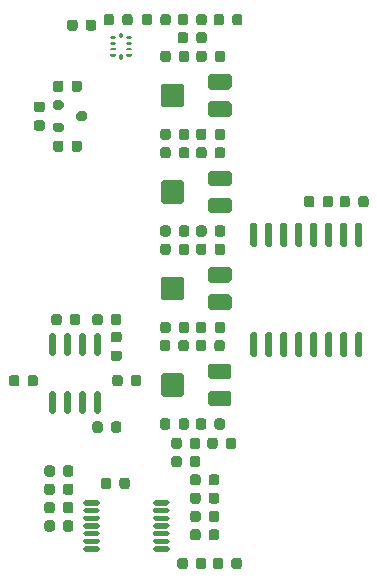
<source format=gbr>
G04 #@! TF.GenerationSoftware,KiCad,Pcbnew,(5.1.6)-1*
G04 #@! TF.CreationDate,2020-06-03T08:45:57+03:00*
G04 #@! TF.ProjectId,TMCM-0021 v1.0,544d434d-2d30-4303-9231-2076312e302e,rev?*
G04 #@! TF.SameCoordinates,Original*
G04 #@! TF.FileFunction,Paste,Top*
G04 #@! TF.FilePolarity,Positive*
%FSLAX46Y46*%
G04 Gerber Fmt 4.6, Leading zero omitted, Abs format (unit mm)*
G04 Created by KiCad (PCBNEW (5.1.6)-1) date 2020-06-03 08:45:57*
%MOMM*%
%LPD*%
G01*
G04 APERTURE LIST*
G04 APERTURE END LIST*
G36*
G01*
X5076250Y43030000D02*
X4563750Y43030000D01*
G75*
G02*
X4345000Y43248750I0J218750D01*
G01*
X4345000Y43686250D01*
G75*
G02*
X4563750Y43905000I218750J0D01*
G01*
X5076250Y43905000D01*
G75*
G02*
X5295000Y43686250I0J-218750D01*
G01*
X5295000Y43248750D01*
G75*
G02*
X5076250Y43030000I-218750J0D01*
G01*
G37*
G36*
G01*
X5076250Y41455000D02*
X4563750Y41455000D01*
G75*
G02*
X4345000Y41673750I0J218750D01*
G01*
X4345000Y42111250D01*
G75*
G02*
X4563750Y42330000I218750J0D01*
G01*
X5076250Y42330000D01*
G75*
G02*
X5295000Y42111250I0J-218750D01*
G01*
X5295000Y41673750D01*
G75*
G02*
X5076250Y41455000I-218750J0D01*
G01*
G37*
G36*
G01*
X7550000Y44953750D02*
X7550000Y45466250D01*
G75*
G02*
X7768750Y45685000I218750J0D01*
G01*
X8206250Y45685000D01*
G75*
G02*
X8425000Y45466250I0J-218750D01*
G01*
X8425000Y44953750D01*
G75*
G02*
X8206250Y44735000I-218750J0D01*
G01*
X7768750Y44735000D01*
G75*
G02*
X7550000Y44953750I0J218750D01*
G01*
G37*
G36*
G01*
X5975000Y44953750D02*
X5975000Y45466250D01*
G75*
G02*
X6193750Y45685000I218750J0D01*
G01*
X6631250Y45685000D01*
G75*
G02*
X6850000Y45466250I0J-218750D01*
G01*
X6850000Y44953750D01*
G75*
G02*
X6631250Y44735000I-218750J0D01*
G01*
X6193750Y44735000D01*
G75*
G02*
X5975000Y44953750I0J218750D01*
G01*
G37*
G36*
G01*
X6860000Y40396250D02*
X6860000Y39883750D01*
G75*
G02*
X6641250Y39665000I-218750J0D01*
G01*
X6203750Y39665000D01*
G75*
G02*
X5985000Y39883750I0J218750D01*
G01*
X5985000Y40396250D01*
G75*
G02*
X6203750Y40615000I218750J0D01*
G01*
X6641250Y40615000D01*
G75*
G02*
X6860000Y40396250I0J-218750D01*
G01*
G37*
G36*
G01*
X8435000Y40396250D02*
X8435000Y39883750D01*
G75*
G02*
X8216250Y39665000I-218750J0D01*
G01*
X7778750Y39665000D01*
G75*
G02*
X7560000Y39883750I0J218750D01*
G01*
X7560000Y40396250D01*
G75*
G02*
X7778750Y40615000I218750J0D01*
G01*
X8216250Y40615000D01*
G75*
G02*
X8435000Y40396250I0J-218750D01*
G01*
G37*
G36*
G01*
X7970000Y42480000D02*
X7970000Y42880000D01*
G75*
G02*
X8170000Y43080000I200000J0D01*
G01*
X8670000Y43080000D01*
G75*
G02*
X8870000Y42880000I0J-200000D01*
G01*
X8870000Y42480000D01*
G75*
G02*
X8670000Y42280000I-200000J0D01*
G01*
X8170000Y42280000D01*
G75*
G02*
X7970000Y42480000I0J200000D01*
G01*
G37*
G36*
G01*
X5970000Y41530000D02*
X5970000Y41930000D01*
G75*
G02*
X6170000Y42130000I200000J0D01*
G01*
X6670000Y42130000D01*
G75*
G02*
X6870000Y41930000I0J-200000D01*
G01*
X6870000Y41530000D01*
G75*
G02*
X6670000Y41330000I-200000J0D01*
G01*
X6170000Y41330000D01*
G75*
G02*
X5970000Y41530000I0J200000D01*
G01*
G37*
G36*
G01*
X5970000Y43430000D02*
X5970000Y43830000D01*
G75*
G02*
X6170000Y44030000I200000J0D01*
G01*
X6670000Y44030000D01*
G75*
G02*
X6870000Y43830000I0J-200000D01*
G01*
X6870000Y43430000D01*
G75*
G02*
X6670000Y43230000I-200000J0D01*
G01*
X6170000Y43230000D01*
G75*
G02*
X5970000Y43430000I0J200000D01*
G01*
G37*
G36*
G01*
X16610000Y16363750D02*
X16610000Y16876250D01*
G75*
G02*
X16828750Y17095000I218750J0D01*
G01*
X17266250Y17095000D01*
G75*
G02*
X17485000Y16876250I0J-218750D01*
G01*
X17485000Y16363750D01*
G75*
G02*
X17266250Y16145000I-218750J0D01*
G01*
X16828750Y16145000D01*
G75*
G02*
X16610000Y16363750I0J218750D01*
G01*
G37*
G36*
G01*
X15035000Y16363750D02*
X15035000Y16876250D01*
G75*
G02*
X15253750Y17095000I218750J0D01*
G01*
X15691250Y17095000D01*
G75*
G02*
X15910000Y16876250I0J-218750D01*
G01*
X15910000Y16363750D01*
G75*
G02*
X15691250Y16145000I-218750J0D01*
G01*
X15253750Y16145000D01*
G75*
G02*
X15035000Y16363750I0J218750D01*
G01*
G37*
G36*
G01*
X19290200Y21730000D02*
X20889800Y21730000D01*
G75*
G02*
X21090000Y21529800I0J-200200D01*
G01*
X21090000Y20630200D01*
G75*
G02*
X20889800Y20430000I-200200J0D01*
G01*
X19290200Y20430000D01*
G75*
G02*
X19090000Y20630200I0J200200D01*
G01*
X19090000Y21529800D01*
G75*
G02*
X19290200Y21730000I200200J0D01*
G01*
G37*
G36*
G01*
X15290000Y20930000D02*
X16890000Y20930000D01*
G75*
G02*
X17090000Y20730000I0J-200000D01*
G01*
X17090000Y19130000D01*
G75*
G02*
X16890000Y18930000I-200000J0D01*
G01*
X15290000Y18930000D01*
G75*
G02*
X15090000Y19130000I0J200000D01*
G01*
X15090000Y20730000D01*
G75*
G02*
X15290000Y20930000I200000J0D01*
G01*
G37*
G36*
G01*
X19290200Y19430000D02*
X20889800Y19430000D01*
G75*
G02*
X21090000Y19229800I0J-200200D01*
G01*
X21090000Y18330200D01*
G75*
G02*
X20889800Y18130000I-200200J0D01*
G01*
X19290200Y18130000D01*
G75*
G02*
X19090000Y18330200I0J200200D01*
G01*
X19090000Y19229800D01*
G75*
G02*
X19290200Y19430000I200200J0D01*
G01*
G37*
G36*
G01*
X9675650Y19426800D02*
X9834350Y19426800D01*
G75*
G02*
X10034400Y19226750I0J-200050D01*
G01*
X10034400Y17645650D01*
G75*
G02*
X9834350Y17445600I-200050J0D01*
G01*
X9675650Y17445600D01*
G75*
G02*
X9475600Y17645650I0J200050D01*
G01*
X9475600Y19226750D01*
G75*
G02*
X9675650Y19426800I200050J0D01*
G01*
G37*
G36*
G01*
X8405650Y19426800D02*
X8564350Y19426800D01*
G75*
G02*
X8764400Y19226750I0J-200050D01*
G01*
X8764400Y17645650D01*
G75*
G02*
X8564350Y17445600I-200050J0D01*
G01*
X8405650Y17445600D01*
G75*
G02*
X8205600Y17645650I0J200050D01*
G01*
X8205600Y19226750D01*
G75*
G02*
X8405650Y19426800I200050J0D01*
G01*
G37*
G36*
G01*
X7135650Y19426800D02*
X7294350Y19426800D01*
G75*
G02*
X7494400Y19226750I0J-200050D01*
G01*
X7494400Y17645650D01*
G75*
G02*
X7294350Y17445600I-200050J0D01*
G01*
X7135650Y17445600D01*
G75*
G02*
X6935600Y17645650I0J200050D01*
G01*
X6935600Y19226750D01*
G75*
G02*
X7135650Y19426800I200050J0D01*
G01*
G37*
G36*
G01*
X5865650Y19426800D02*
X6024350Y19426800D01*
G75*
G02*
X6224400Y19226750I0J-200050D01*
G01*
X6224400Y17645650D01*
G75*
G02*
X6024350Y17445600I-200050J0D01*
G01*
X5865650Y17445600D01*
G75*
G02*
X5665600Y17645650I0J200050D01*
G01*
X5665600Y19226750D01*
G75*
G02*
X5865650Y19426800I200050J0D01*
G01*
G37*
G36*
G01*
X5865650Y24354400D02*
X6024350Y24354400D01*
G75*
G02*
X6224400Y24154350I0J-200050D01*
G01*
X6224400Y22573250D01*
G75*
G02*
X6024350Y22373200I-200050J0D01*
G01*
X5865650Y22373200D01*
G75*
G02*
X5665600Y22573250I0J200050D01*
G01*
X5665600Y24154350D01*
G75*
G02*
X5865650Y24354400I200050J0D01*
G01*
G37*
G36*
G01*
X7135650Y24354400D02*
X7294350Y24354400D01*
G75*
G02*
X7494400Y24154350I0J-200050D01*
G01*
X7494400Y22573250D01*
G75*
G02*
X7294350Y22373200I-200050J0D01*
G01*
X7135650Y22373200D01*
G75*
G02*
X6935600Y22573250I0J200050D01*
G01*
X6935600Y24154350D01*
G75*
G02*
X7135650Y24354400I200050J0D01*
G01*
G37*
G36*
G01*
X8405650Y24354400D02*
X8564350Y24354400D01*
G75*
G02*
X8764400Y24154350I0J-200050D01*
G01*
X8764400Y22573250D01*
G75*
G02*
X8564350Y22373200I-200050J0D01*
G01*
X8405650Y22373200D01*
G75*
G02*
X8205600Y22573250I0J200050D01*
G01*
X8205600Y24154350D01*
G75*
G02*
X8405650Y24354400I200050J0D01*
G01*
G37*
G36*
G01*
X9675650Y24354400D02*
X9834350Y24354400D01*
G75*
G02*
X10034400Y24154350I0J-200050D01*
G01*
X10034400Y22573250D01*
G75*
G02*
X9834350Y22373200I-200050J0D01*
G01*
X9675650Y22373200D01*
G75*
G02*
X9475600Y22573250I0J200050D01*
G01*
X9475600Y24154350D01*
G75*
G02*
X9675650Y24354400I200050J0D01*
G01*
G37*
G36*
G01*
X20610000Y14723750D02*
X20610000Y15236250D01*
G75*
G02*
X20828750Y15455000I218750J0D01*
G01*
X21266250Y15455000D01*
G75*
G02*
X21485000Y15236250I0J-218750D01*
G01*
X21485000Y14723750D01*
G75*
G02*
X21266250Y14505000I-218750J0D01*
G01*
X20828750Y14505000D01*
G75*
G02*
X20610000Y14723750I0J218750D01*
G01*
G37*
G36*
G01*
X19035000Y14723750D02*
X19035000Y15236250D01*
G75*
G02*
X19253750Y15455000I218750J0D01*
G01*
X19691250Y15455000D01*
G75*
G02*
X19910000Y15236250I0J-218750D01*
G01*
X19910000Y14723750D01*
G75*
G02*
X19691250Y14505000I-218750J0D01*
G01*
X19253750Y14505000D01*
G75*
G02*
X19035000Y14723750I0J218750D01*
G01*
G37*
G36*
G01*
X19310200Y29900000D02*
X20909800Y29900000D01*
G75*
G02*
X21110000Y29699800I0J-200200D01*
G01*
X21110000Y28800200D01*
G75*
G02*
X20909800Y28600000I-200200J0D01*
G01*
X19310200Y28600000D01*
G75*
G02*
X19110000Y28800200I0J200200D01*
G01*
X19110000Y29699800D01*
G75*
G02*
X19310200Y29900000I200200J0D01*
G01*
G37*
G36*
G01*
X15310000Y29100000D02*
X16910000Y29100000D01*
G75*
G02*
X17110000Y28900000I0J-200000D01*
G01*
X17110000Y27300000D01*
G75*
G02*
X16910000Y27100000I-200000J0D01*
G01*
X15310000Y27100000D01*
G75*
G02*
X15110000Y27300000I0J200000D01*
G01*
X15110000Y28900000D01*
G75*
G02*
X15310000Y29100000I200000J0D01*
G01*
G37*
G36*
G01*
X19310200Y27600000D02*
X20909800Y27600000D01*
G75*
G02*
X21110000Y27399800I0J-200200D01*
G01*
X21110000Y26500200D01*
G75*
G02*
X20909800Y26300000I-200200J0D01*
G01*
X19310200Y26300000D01*
G75*
G02*
X19110000Y26500200I0J200200D01*
G01*
X19110000Y27399800D01*
G75*
G02*
X19310200Y27600000I200200J0D01*
G01*
G37*
G36*
G01*
X19310200Y38070000D02*
X20909800Y38070000D01*
G75*
G02*
X21110000Y37869800I0J-200200D01*
G01*
X21110000Y36970200D01*
G75*
G02*
X20909800Y36770000I-200200J0D01*
G01*
X19310200Y36770000D01*
G75*
G02*
X19110000Y36970200I0J200200D01*
G01*
X19110000Y37869800D01*
G75*
G02*
X19310200Y38070000I200200J0D01*
G01*
G37*
G36*
G01*
X15310000Y37270000D02*
X16910000Y37270000D01*
G75*
G02*
X17110000Y37070000I0J-200000D01*
G01*
X17110000Y35470000D01*
G75*
G02*
X16910000Y35270000I-200000J0D01*
G01*
X15310000Y35270000D01*
G75*
G02*
X15110000Y35470000I0J200000D01*
G01*
X15110000Y37070000D01*
G75*
G02*
X15310000Y37270000I200000J0D01*
G01*
G37*
G36*
G01*
X19310200Y35770000D02*
X20909800Y35770000D01*
G75*
G02*
X21110000Y35569800I0J-200200D01*
G01*
X21110000Y34670200D01*
G75*
G02*
X20909800Y34470000I-200200J0D01*
G01*
X19310200Y34470000D01*
G75*
G02*
X19110000Y34670200I0J200200D01*
G01*
X19110000Y35569800D01*
G75*
G02*
X19310200Y35770000I200200J0D01*
G01*
G37*
G36*
G01*
X19310200Y46240000D02*
X20909800Y46240000D01*
G75*
G02*
X21110000Y46039800I0J-200200D01*
G01*
X21110000Y45140200D01*
G75*
G02*
X20909800Y44940000I-200200J0D01*
G01*
X19310200Y44940000D01*
G75*
G02*
X19110000Y45140200I0J200200D01*
G01*
X19110000Y46039800D01*
G75*
G02*
X19310200Y46240000I200200J0D01*
G01*
G37*
G36*
G01*
X15310000Y45440000D02*
X16910000Y45440000D01*
G75*
G02*
X17110000Y45240000I0J-200000D01*
G01*
X17110000Y43640000D01*
G75*
G02*
X16910000Y43440000I-200000J0D01*
G01*
X15310000Y43440000D01*
G75*
G02*
X15110000Y43640000I0J200000D01*
G01*
X15110000Y45240000D01*
G75*
G02*
X15310000Y45440000I200000J0D01*
G01*
G37*
G36*
G01*
X19310200Y43940000D02*
X20909800Y43940000D01*
G75*
G02*
X21110000Y43739800I0J-200200D01*
G01*
X21110000Y42840200D01*
G75*
G02*
X20909800Y42640000I-200200J0D01*
G01*
X19310200Y42640000D01*
G75*
G02*
X19110000Y42840200I0J200200D01*
G01*
X19110000Y43739800D01*
G75*
G02*
X19310200Y43940000I200200J0D01*
G01*
G37*
G36*
G01*
X14415000Y9914800D02*
X14415000Y9965200D01*
G75*
G02*
X14614800Y10165000I199800J0D01*
G01*
X15665200Y10165000D01*
G75*
G02*
X15865000Y9965200I0J-199800D01*
G01*
X15865000Y9914800D01*
G75*
G02*
X15665200Y9715000I-199800J0D01*
G01*
X14614800Y9715000D01*
G75*
G02*
X14415000Y9914800I0J199800D01*
G01*
G37*
G36*
G01*
X14415000Y9264800D02*
X14415000Y9315200D01*
G75*
G02*
X14614800Y9515000I199800J0D01*
G01*
X15665200Y9515000D01*
G75*
G02*
X15865000Y9315200I0J-199800D01*
G01*
X15865000Y9264800D01*
G75*
G02*
X15665200Y9065000I-199800J0D01*
G01*
X14614800Y9065000D01*
G75*
G02*
X14415000Y9264800I0J199800D01*
G01*
G37*
G36*
G01*
X14415000Y8614800D02*
X14415000Y8665200D01*
G75*
G02*
X14614800Y8865000I199800J0D01*
G01*
X15665200Y8865000D01*
G75*
G02*
X15865000Y8665200I0J-199800D01*
G01*
X15865000Y8614800D01*
G75*
G02*
X15665200Y8415000I-199800J0D01*
G01*
X14614800Y8415000D01*
G75*
G02*
X14415000Y8614800I0J199800D01*
G01*
G37*
G36*
G01*
X14415000Y7964800D02*
X14415000Y8015200D01*
G75*
G02*
X14614800Y8215000I199800J0D01*
G01*
X15665200Y8215000D01*
G75*
G02*
X15865000Y8015200I0J-199800D01*
G01*
X15865000Y7964800D01*
G75*
G02*
X15665200Y7765000I-199800J0D01*
G01*
X14614800Y7765000D01*
G75*
G02*
X14415000Y7964800I0J199800D01*
G01*
G37*
G36*
G01*
X14415000Y7314800D02*
X14415000Y7365200D01*
G75*
G02*
X14614800Y7565000I199800J0D01*
G01*
X15665200Y7565000D01*
G75*
G02*
X15865000Y7365200I0J-199800D01*
G01*
X15865000Y7314800D01*
G75*
G02*
X15665200Y7115000I-199800J0D01*
G01*
X14614800Y7115000D01*
G75*
G02*
X14415000Y7314800I0J199800D01*
G01*
G37*
G36*
G01*
X14415000Y6664800D02*
X14415000Y6715200D01*
G75*
G02*
X14614800Y6915000I199800J0D01*
G01*
X15665200Y6915000D01*
G75*
G02*
X15865000Y6715200I0J-199800D01*
G01*
X15865000Y6664800D01*
G75*
G02*
X15665200Y6465000I-199800J0D01*
G01*
X14614800Y6465000D01*
G75*
G02*
X14415000Y6664800I0J199800D01*
G01*
G37*
G36*
G01*
X14415000Y6014800D02*
X14415000Y6065200D01*
G75*
G02*
X14614800Y6265000I199800J0D01*
G01*
X15665200Y6265000D01*
G75*
G02*
X15865000Y6065200I0J-199800D01*
G01*
X15865000Y6014800D01*
G75*
G02*
X15665200Y5815000I-199800J0D01*
G01*
X14614800Y5815000D01*
G75*
G02*
X14415000Y6014800I0J199800D01*
G01*
G37*
G36*
G01*
X8515000Y6014800D02*
X8515000Y6065200D01*
G75*
G02*
X8714800Y6265000I199800J0D01*
G01*
X9765200Y6265000D01*
G75*
G02*
X9965000Y6065200I0J-199800D01*
G01*
X9965000Y6014800D01*
G75*
G02*
X9765200Y5815000I-199800J0D01*
G01*
X8714800Y5815000D01*
G75*
G02*
X8515000Y6014800I0J199800D01*
G01*
G37*
G36*
G01*
X8515000Y6664800D02*
X8515000Y6715200D01*
G75*
G02*
X8714800Y6915000I199800J0D01*
G01*
X9765200Y6915000D01*
G75*
G02*
X9965000Y6715200I0J-199800D01*
G01*
X9965000Y6664800D01*
G75*
G02*
X9765200Y6465000I-199800J0D01*
G01*
X8714800Y6465000D01*
G75*
G02*
X8515000Y6664800I0J199800D01*
G01*
G37*
G36*
G01*
X8515000Y7314800D02*
X8515000Y7365200D01*
G75*
G02*
X8714800Y7565000I199800J0D01*
G01*
X9765200Y7565000D01*
G75*
G02*
X9965000Y7365200I0J-199800D01*
G01*
X9965000Y7314800D01*
G75*
G02*
X9765200Y7115000I-199800J0D01*
G01*
X8714800Y7115000D01*
G75*
G02*
X8515000Y7314800I0J199800D01*
G01*
G37*
G36*
G01*
X8515000Y7964800D02*
X8515000Y8015200D01*
G75*
G02*
X8714800Y8215000I199800J0D01*
G01*
X9765200Y8215000D01*
G75*
G02*
X9965000Y8015200I0J-199800D01*
G01*
X9965000Y7964800D01*
G75*
G02*
X9765200Y7765000I-199800J0D01*
G01*
X8714800Y7765000D01*
G75*
G02*
X8515000Y7964800I0J199800D01*
G01*
G37*
G36*
G01*
X8515000Y8614800D02*
X8515000Y8665200D01*
G75*
G02*
X8714800Y8865000I199800J0D01*
G01*
X9765200Y8865000D01*
G75*
G02*
X9965000Y8665200I0J-199800D01*
G01*
X9965000Y8614800D01*
G75*
G02*
X9765200Y8415000I-199800J0D01*
G01*
X8714800Y8415000D01*
G75*
G02*
X8515000Y8614800I0J199800D01*
G01*
G37*
G36*
G01*
X8515000Y9264800D02*
X8515000Y9315200D01*
G75*
G02*
X8714800Y9515000I199800J0D01*
G01*
X9765200Y9515000D01*
G75*
G02*
X9965000Y9315200I0J-199800D01*
G01*
X9965000Y9264800D01*
G75*
G02*
X9765200Y9065000I-199800J0D01*
G01*
X8714800Y9065000D01*
G75*
G02*
X8515000Y9264800I0J199800D01*
G01*
G37*
G36*
G01*
X8515000Y9914800D02*
X8515000Y9965200D01*
G75*
G02*
X8714800Y10165000I199800J0D01*
G01*
X9765200Y10165000D01*
G75*
G02*
X9965000Y9965200I0J-199800D01*
G01*
X9965000Y9914800D01*
G75*
G02*
X9765200Y9715000I-199800J0D01*
G01*
X8714800Y9715000D01*
G75*
G02*
X8515000Y9914800I0J199800D01*
G01*
G37*
G36*
G01*
X23125000Y31625000D02*
X22825000Y31625000D01*
G75*
G02*
X22675000Y31775000I0J150000D01*
G01*
X22675000Y33525000D01*
G75*
G02*
X22825000Y33675000I150000J0D01*
G01*
X23125000Y33675000D01*
G75*
G02*
X23275000Y33525000I0J-150000D01*
G01*
X23275000Y31775000D01*
G75*
G02*
X23125000Y31625000I-150000J0D01*
G01*
G37*
G36*
G01*
X24395000Y31625000D02*
X24095000Y31625000D01*
G75*
G02*
X23945000Y31775000I0J150000D01*
G01*
X23945000Y33525000D01*
G75*
G02*
X24095000Y33675000I150000J0D01*
G01*
X24395000Y33675000D01*
G75*
G02*
X24545000Y33525000I0J-150000D01*
G01*
X24545000Y31775000D01*
G75*
G02*
X24395000Y31625000I-150000J0D01*
G01*
G37*
G36*
G01*
X25665000Y31625000D02*
X25365000Y31625000D01*
G75*
G02*
X25215000Y31775000I0J150000D01*
G01*
X25215000Y33525000D01*
G75*
G02*
X25365000Y33675000I150000J0D01*
G01*
X25665000Y33675000D01*
G75*
G02*
X25815000Y33525000I0J-150000D01*
G01*
X25815000Y31775000D01*
G75*
G02*
X25665000Y31625000I-150000J0D01*
G01*
G37*
G36*
G01*
X26935000Y31625000D02*
X26635000Y31625000D01*
G75*
G02*
X26485000Y31775000I0J150000D01*
G01*
X26485000Y33525000D01*
G75*
G02*
X26635000Y33675000I150000J0D01*
G01*
X26935000Y33675000D01*
G75*
G02*
X27085000Y33525000I0J-150000D01*
G01*
X27085000Y31775000D01*
G75*
G02*
X26935000Y31625000I-150000J0D01*
G01*
G37*
G36*
G01*
X28205000Y31625000D02*
X27905000Y31625000D01*
G75*
G02*
X27755000Y31775000I0J150000D01*
G01*
X27755000Y33525000D01*
G75*
G02*
X27905000Y33675000I150000J0D01*
G01*
X28205000Y33675000D01*
G75*
G02*
X28355000Y33525000I0J-150000D01*
G01*
X28355000Y31775000D01*
G75*
G02*
X28205000Y31625000I-150000J0D01*
G01*
G37*
G36*
G01*
X29475000Y31625000D02*
X29175000Y31625000D01*
G75*
G02*
X29025000Y31775000I0J150000D01*
G01*
X29025000Y33525000D01*
G75*
G02*
X29175000Y33675000I150000J0D01*
G01*
X29475000Y33675000D01*
G75*
G02*
X29625000Y33525000I0J-150000D01*
G01*
X29625000Y31775000D01*
G75*
G02*
X29475000Y31625000I-150000J0D01*
G01*
G37*
G36*
G01*
X30745000Y31625000D02*
X30445000Y31625000D01*
G75*
G02*
X30295000Y31775000I0J150000D01*
G01*
X30295000Y33525000D01*
G75*
G02*
X30445000Y33675000I150000J0D01*
G01*
X30745000Y33675000D01*
G75*
G02*
X30895000Y33525000I0J-150000D01*
G01*
X30895000Y31775000D01*
G75*
G02*
X30745000Y31625000I-150000J0D01*
G01*
G37*
G36*
G01*
X32015000Y31625000D02*
X31715000Y31625000D01*
G75*
G02*
X31565000Y31775000I0J150000D01*
G01*
X31565000Y33525000D01*
G75*
G02*
X31715000Y33675000I150000J0D01*
G01*
X32015000Y33675000D01*
G75*
G02*
X32165000Y33525000I0J-150000D01*
G01*
X32165000Y31775000D01*
G75*
G02*
X32015000Y31625000I-150000J0D01*
G01*
G37*
G36*
G01*
X32015000Y22325000D02*
X31715000Y22325000D01*
G75*
G02*
X31565000Y22475000I0J150000D01*
G01*
X31565000Y24225000D01*
G75*
G02*
X31715000Y24375000I150000J0D01*
G01*
X32015000Y24375000D01*
G75*
G02*
X32165000Y24225000I0J-150000D01*
G01*
X32165000Y22475000D01*
G75*
G02*
X32015000Y22325000I-150000J0D01*
G01*
G37*
G36*
G01*
X30745000Y22325000D02*
X30445000Y22325000D01*
G75*
G02*
X30295000Y22475000I0J150000D01*
G01*
X30295000Y24225000D01*
G75*
G02*
X30445000Y24375000I150000J0D01*
G01*
X30745000Y24375000D01*
G75*
G02*
X30895000Y24225000I0J-150000D01*
G01*
X30895000Y22475000D01*
G75*
G02*
X30745000Y22325000I-150000J0D01*
G01*
G37*
G36*
G01*
X29475000Y22325000D02*
X29175000Y22325000D01*
G75*
G02*
X29025000Y22475000I0J150000D01*
G01*
X29025000Y24225000D01*
G75*
G02*
X29175000Y24375000I150000J0D01*
G01*
X29475000Y24375000D01*
G75*
G02*
X29625000Y24225000I0J-150000D01*
G01*
X29625000Y22475000D01*
G75*
G02*
X29475000Y22325000I-150000J0D01*
G01*
G37*
G36*
G01*
X28205000Y22325000D02*
X27905000Y22325000D01*
G75*
G02*
X27755000Y22475000I0J150000D01*
G01*
X27755000Y24225000D01*
G75*
G02*
X27905000Y24375000I150000J0D01*
G01*
X28205000Y24375000D01*
G75*
G02*
X28355000Y24225000I0J-150000D01*
G01*
X28355000Y22475000D01*
G75*
G02*
X28205000Y22325000I-150000J0D01*
G01*
G37*
G36*
G01*
X26935000Y22325000D02*
X26635000Y22325000D01*
G75*
G02*
X26485000Y22475000I0J150000D01*
G01*
X26485000Y24225000D01*
G75*
G02*
X26635000Y24375000I150000J0D01*
G01*
X26935000Y24375000D01*
G75*
G02*
X27085000Y24225000I0J-150000D01*
G01*
X27085000Y22475000D01*
G75*
G02*
X26935000Y22325000I-150000J0D01*
G01*
G37*
G36*
G01*
X25665000Y22325000D02*
X25365000Y22325000D01*
G75*
G02*
X25215000Y22475000I0J150000D01*
G01*
X25215000Y24225000D01*
G75*
G02*
X25365000Y24375000I150000J0D01*
G01*
X25665000Y24375000D01*
G75*
G02*
X25815000Y24225000I0J-150000D01*
G01*
X25815000Y22475000D01*
G75*
G02*
X25665000Y22325000I-150000J0D01*
G01*
G37*
G36*
G01*
X24395000Y22325000D02*
X24095000Y22325000D01*
G75*
G02*
X23945000Y22475000I0J150000D01*
G01*
X23945000Y24225000D01*
G75*
G02*
X24095000Y24375000I150000J0D01*
G01*
X24395000Y24375000D01*
G75*
G02*
X24545000Y24225000I0J-150000D01*
G01*
X24545000Y22475000D01*
G75*
G02*
X24395000Y22325000I-150000J0D01*
G01*
G37*
G36*
G01*
X23125000Y22325000D02*
X22825000Y22325000D01*
G75*
G02*
X22675000Y22475000I0J150000D01*
G01*
X22675000Y24225000D01*
G75*
G02*
X22825000Y24375000I150000J0D01*
G01*
X23125000Y24375000D01*
G75*
G02*
X23275000Y24225000I0J-150000D01*
G01*
X23275000Y22475000D01*
G75*
G02*
X23125000Y22325000I-150000J0D01*
G01*
G37*
G36*
G01*
X18970000Y31666250D02*
X18970000Y31153750D01*
G75*
G02*
X18751250Y30935000I-218750J0D01*
G01*
X18313750Y30935000D01*
G75*
G02*
X18095000Y31153750I0J218750D01*
G01*
X18095000Y31666250D01*
G75*
G02*
X18313750Y31885000I218750J0D01*
G01*
X18751250Y31885000D01*
G75*
G02*
X18970000Y31666250I0J-218750D01*
G01*
G37*
G36*
G01*
X20545000Y31666250D02*
X20545000Y31153750D01*
G75*
G02*
X20326250Y30935000I-218750J0D01*
G01*
X19888750Y30935000D01*
G75*
G02*
X19670000Y31153750I0J218750D01*
G01*
X19670000Y31666250D01*
G75*
G02*
X19888750Y31885000I218750J0D01*
G01*
X20326250Y31885000D01*
G75*
G02*
X20545000Y31666250I0J-218750D01*
G01*
G37*
G36*
G01*
X16630000Y24533750D02*
X16630000Y25046250D01*
G75*
G02*
X16848750Y25265000I218750J0D01*
G01*
X17286250Y25265000D01*
G75*
G02*
X17505000Y25046250I0J-218750D01*
G01*
X17505000Y24533750D01*
G75*
G02*
X17286250Y24315000I-218750J0D01*
G01*
X16848750Y24315000D01*
G75*
G02*
X16630000Y24533750I0J218750D01*
G01*
G37*
G36*
G01*
X15055000Y24533750D02*
X15055000Y25046250D01*
G75*
G02*
X15273750Y25265000I218750J0D01*
G01*
X15711250Y25265000D01*
G75*
G02*
X15930000Y25046250I0J-218750D01*
G01*
X15930000Y24533750D01*
G75*
G02*
X15711250Y24315000I-218750J0D01*
G01*
X15273750Y24315000D01*
G75*
G02*
X15055000Y24533750I0J218750D01*
G01*
G37*
G36*
G01*
X19670000Y24533750D02*
X19670000Y25046250D01*
G75*
G02*
X19888750Y25265000I218750J0D01*
G01*
X20326250Y25265000D01*
G75*
G02*
X20545000Y25046250I0J-218750D01*
G01*
X20545000Y24533750D01*
G75*
G02*
X20326250Y24315000I-218750J0D01*
G01*
X19888750Y24315000D01*
G75*
G02*
X19670000Y24533750I0J218750D01*
G01*
G37*
G36*
G01*
X18095000Y24533750D02*
X18095000Y25046250D01*
G75*
G02*
X18313750Y25265000I218750J0D01*
G01*
X18751250Y25265000D01*
G75*
G02*
X18970000Y25046250I0J-218750D01*
G01*
X18970000Y24533750D01*
G75*
G02*
X18751250Y24315000I-218750J0D01*
G01*
X18313750Y24315000D01*
G75*
G02*
X18095000Y24533750I0J218750D01*
G01*
G37*
G36*
G01*
X18980000Y39836250D02*
X18980000Y39323750D01*
G75*
G02*
X18761250Y39105000I-218750J0D01*
G01*
X18323750Y39105000D01*
G75*
G02*
X18105000Y39323750I0J218750D01*
G01*
X18105000Y39836250D01*
G75*
G02*
X18323750Y40055000I218750J0D01*
G01*
X18761250Y40055000D01*
G75*
G02*
X18980000Y39836250I0J-218750D01*
G01*
G37*
G36*
G01*
X20555000Y39836250D02*
X20555000Y39323750D01*
G75*
G02*
X20336250Y39105000I-218750J0D01*
G01*
X19898750Y39105000D01*
G75*
G02*
X19680000Y39323750I0J218750D01*
G01*
X19680000Y39836250D01*
G75*
G02*
X19898750Y40055000I218750J0D01*
G01*
X20336250Y40055000D01*
G75*
G02*
X20555000Y39836250I0J-218750D01*
G01*
G37*
G36*
G01*
X16640000Y32703750D02*
X16640000Y33216250D01*
G75*
G02*
X16858750Y33435000I218750J0D01*
G01*
X17296250Y33435000D01*
G75*
G02*
X17515000Y33216250I0J-218750D01*
G01*
X17515000Y32703750D01*
G75*
G02*
X17296250Y32485000I-218750J0D01*
G01*
X16858750Y32485000D01*
G75*
G02*
X16640000Y32703750I0J218750D01*
G01*
G37*
G36*
G01*
X15065000Y32703750D02*
X15065000Y33216250D01*
G75*
G02*
X15283750Y33435000I218750J0D01*
G01*
X15721250Y33435000D01*
G75*
G02*
X15940000Y33216250I0J-218750D01*
G01*
X15940000Y32703750D01*
G75*
G02*
X15721250Y32485000I-218750J0D01*
G01*
X15283750Y32485000D01*
G75*
G02*
X15065000Y32703750I0J218750D01*
G01*
G37*
G36*
G01*
X19680000Y32703750D02*
X19680000Y33216250D01*
G75*
G02*
X19898750Y33435000I218750J0D01*
G01*
X20336250Y33435000D01*
G75*
G02*
X20555000Y33216250I0J-218750D01*
G01*
X20555000Y32703750D01*
G75*
G02*
X20336250Y32485000I-218750J0D01*
G01*
X19898750Y32485000D01*
G75*
G02*
X19680000Y32703750I0J218750D01*
G01*
G37*
G36*
G01*
X18105000Y32703750D02*
X18105000Y33216250D01*
G75*
G02*
X18323750Y33435000I218750J0D01*
G01*
X18761250Y33435000D01*
G75*
G02*
X18980000Y33216250I0J-218750D01*
G01*
X18980000Y32703750D01*
G75*
G02*
X18761250Y32485000I-218750J0D01*
G01*
X18323750Y32485000D01*
G75*
G02*
X18105000Y32703750I0J218750D01*
G01*
G37*
G36*
G01*
X18980000Y47996250D02*
X18980000Y47483750D01*
G75*
G02*
X18761250Y47265000I-218750J0D01*
G01*
X18323750Y47265000D01*
G75*
G02*
X18105000Y47483750I0J218750D01*
G01*
X18105000Y47996250D01*
G75*
G02*
X18323750Y48215000I218750J0D01*
G01*
X18761250Y48215000D01*
G75*
G02*
X18980000Y47996250I0J-218750D01*
G01*
G37*
G36*
G01*
X20555000Y47996250D02*
X20555000Y47483750D01*
G75*
G02*
X20336250Y47265000I-218750J0D01*
G01*
X19898750Y47265000D01*
G75*
G02*
X19680000Y47483750I0J218750D01*
G01*
X19680000Y47996250D01*
G75*
G02*
X19898750Y48215000I218750J0D01*
G01*
X20336250Y48215000D01*
G75*
G02*
X20555000Y47996250I0J-218750D01*
G01*
G37*
G36*
G01*
X16640000Y40883750D02*
X16640000Y41396250D01*
G75*
G02*
X16858750Y41615000I218750J0D01*
G01*
X17296250Y41615000D01*
G75*
G02*
X17515000Y41396250I0J-218750D01*
G01*
X17515000Y40883750D01*
G75*
G02*
X17296250Y40665000I-218750J0D01*
G01*
X16858750Y40665000D01*
G75*
G02*
X16640000Y40883750I0J218750D01*
G01*
G37*
G36*
G01*
X15065000Y40883750D02*
X15065000Y41396250D01*
G75*
G02*
X15283750Y41615000I218750J0D01*
G01*
X15721250Y41615000D01*
G75*
G02*
X15940000Y41396250I0J-218750D01*
G01*
X15940000Y40883750D01*
G75*
G02*
X15721250Y40665000I-218750J0D01*
G01*
X15283750Y40665000D01*
G75*
G02*
X15065000Y40883750I0J218750D01*
G01*
G37*
G36*
G01*
X19670000Y40883750D02*
X19670000Y41396250D01*
G75*
G02*
X19888750Y41615000I218750J0D01*
G01*
X20326250Y41615000D01*
G75*
G02*
X20545000Y41396250I0J-218750D01*
G01*
X20545000Y40883750D01*
G75*
G02*
X20326250Y40665000I-218750J0D01*
G01*
X19888750Y40665000D01*
G75*
G02*
X19670000Y40883750I0J218750D01*
G01*
G37*
G36*
G01*
X18095000Y40883750D02*
X18095000Y41396250D01*
G75*
G02*
X18313750Y41615000I218750J0D01*
G01*
X18751250Y41615000D01*
G75*
G02*
X18970000Y41396250I0J-218750D01*
G01*
X18970000Y40883750D01*
G75*
G02*
X18751250Y40665000I-218750J0D01*
G01*
X18313750Y40665000D01*
G75*
G02*
X18095000Y40883750I0J218750D01*
G01*
G37*
G36*
G01*
X19170000Y6983749D02*
X19170000Y7496249D01*
G75*
G02*
X19388750Y7714999I218750J0D01*
G01*
X19826250Y7714999D01*
G75*
G02*
X20045000Y7496249I0J-218750D01*
G01*
X20045000Y6983749D01*
G75*
G02*
X19826250Y6764999I-218750J0D01*
G01*
X19388750Y6764999D01*
G75*
G02*
X19170000Y6983749I0J218750D01*
G01*
G37*
G36*
G01*
X17595000Y6983749D02*
X17595000Y7496249D01*
G75*
G02*
X17813750Y7714999I218750J0D01*
G01*
X18251250Y7714999D01*
G75*
G02*
X18470000Y7496249I0J-218750D01*
G01*
X18470000Y6983749D01*
G75*
G02*
X18251250Y6764999I-218750J0D01*
G01*
X17813750Y6764999D01*
G75*
G02*
X17595000Y6983749I0J218750D01*
G01*
G37*
G36*
G01*
X19170000Y11633751D02*
X19170000Y12146251D01*
G75*
G02*
X19388750Y12365001I218750J0D01*
G01*
X19826250Y12365001D01*
G75*
G02*
X20045000Y12146251I0J-218750D01*
G01*
X20045000Y11633751D01*
G75*
G02*
X19826250Y11415001I-218750J0D01*
G01*
X19388750Y11415001D01*
G75*
G02*
X19170000Y11633751I0J218750D01*
G01*
G37*
G36*
G01*
X17595000Y11633751D02*
X17595000Y12146251D01*
G75*
G02*
X17813750Y12365001I218750J0D01*
G01*
X18251250Y12365001D01*
G75*
G02*
X18470000Y12146251I0J-218750D01*
G01*
X18470000Y11633751D01*
G75*
G02*
X18251250Y11415001I-218750J0D01*
G01*
X17813750Y11415001D01*
G75*
G02*
X17595000Y11633751I0J218750D01*
G01*
G37*
G36*
G01*
X18950000Y23506250D02*
X18950000Y22993750D01*
G75*
G02*
X18731250Y22775000I-218750J0D01*
G01*
X18293750Y22775000D01*
G75*
G02*
X18075000Y22993750I0J218750D01*
G01*
X18075000Y23506250D01*
G75*
G02*
X18293750Y23725000I218750J0D01*
G01*
X18731250Y23725000D01*
G75*
G02*
X18950000Y23506250I0J-218750D01*
G01*
G37*
G36*
G01*
X20525000Y23506250D02*
X20525000Y22993750D01*
G75*
G02*
X20306250Y22775000I-218750J0D01*
G01*
X19868750Y22775000D01*
G75*
G02*
X19650000Y22993750I0J218750D01*
G01*
X19650000Y23506250D01*
G75*
G02*
X19868750Y23725000I218750J0D01*
G01*
X20306250Y23725000D01*
G75*
G02*
X20525000Y23506250I0J-218750D01*
G01*
G37*
G36*
G01*
X6130000Y12896251D02*
X6130000Y12383751D01*
G75*
G02*
X5911250Y12165001I-218750J0D01*
G01*
X5473750Y12165001D01*
G75*
G02*
X5255000Y12383751I0J218750D01*
G01*
X5255000Y12896251D01*
G75*
G02*
X5473750Y13115001I218750J0D01*
G01*
X5911250Y13115001D01*
G75*
G02*
X6130000Y12896251I0J-218750D01*
G01*
G37*
G36*
G01*
X7705000Y12896251D02*
X7705000Y12383751D01*
G75*
G02*
X7486250Y12165001I-218750J0D01*
G01*
X7048750Y12165001D01*
G75*
G02*
X6830000Y12383751I0J218750D01*
G01*
X6830000Y12896251D01*
G75*
G02*
X7048750Y13115001I218750J0D01*
G01*
X7486250Y13115001D01*
G75*
G02*
X7705000Y12896251I0J-218750D01*
G01*
G37*
G36*
G01*
X6130000Y8246249D02*
X6130000Y7733749D01*
G75*
G02*
X5911250Y7514999I-218750J0D01*
G01*
X5473750Y7514999D01*
G75*
G02*
X5255000Y7733749I0J218750D01*
G01*
X5255000Y8246249D01*
G75*
G02*
X5473750Y8464999I218750J0D01*
G01*
X5911250Y8464999D01*
G75*
G02*
X6130000Y8246249I0J-218750D01*
G01*
G37*
G36*
G01*
X7705000Y8246249D02*
X7705000Y7733749D01*
G75*
G02*
X7486250Y7514999I-218750J0D01*
G01*
X7048750Y7514999D01*
G75*
G02*
X6830000Y7733749I0J218750D01*
G01*
X6830000Y8246249D01*
G75*
G02*
X7048750Y8464999I218750J0D01*
G01*
X7486250Y8464999D01*
G75*
G02*
X7705000Y8246249I0J-218750D01*
G01*
G37*
G36*
G01*
X18470000Y9046251D02*
X18470000Y8533751D01*
G75*
G02*
X18251250Y8315001I-218750J0D01*
G01*
X17813750Y8315001D01*
G75*
G02*
X17595000Y8533751I0J218750D01*
G01*
X17595000Y9046251D01*
G75*
G02*
X17813750Y9265001I218750J0D01*
G01*
X18251250Y9265001D01*
G75*
G02*
X18470000Y9046251I0J-218750D01*
G01*
G37*
G36*
G01*
X20045000Y9046251D02*
X20045000Y8533751D01*
G75*
G02*
X19826250Y8315001I-218750J0D01*
G01*
X19388750Y8315001D01*
G75*
G02*
X19170000Y8533751I0J218750D01*
G01*
X19170000Y9046251D01*
G75*
G02*
X19388750Y9265001I218750J0D01*
G01*
X19826250Y9265001D01*
G75*
G02*
X20045000Y9046251I0J-218750D01*
G01*
G37*
G36*
G01*
X18470000Y10596249D02*
X18470000Y10083749D01*
G75*
G02*
X18251250Y9864999I-218750J0D01*
G01*
X17813750Y9864999D01*
G75*
G02*
X17595000Y10083749I0J218750D01*
G01*
X17595000Y10596249D01*
G75*
G02*
X17813750Y10814999I218750J0D01*
G01*
X18251250Y10814999D01*
G75*
G02*
X18470000Y10596249I0J-218750D01*
G01*
G37*
G36*
G01*
X20045000Y10596249D02*
X20045000Y10083749D01*
G75*
G02*
X19826250Y9864999I-218750J0D01*
G01*
X19388750Y9864999D01*
G75*
G02*
X19170000Y10083749I0J218750D01*
G01*
X19170000Y10596249D01*
G75*
G02*
X19388750Y10814999I218750J0D01*
G01*
X19826250Y10814999D01*
G75*
G02*
X20045000Y10596249I0J-218750D01*
G01*
G37*
G36*
G01*
X6830000Y10833749D02*
X6830000Y11346249D01*
G75*
G02*
X7048750Y11564999I218750J0D01*
G01*
X7486250Y11564999D01*
G75*
G02*
X7705000Y11346249I0J-218750D01*
G01*
X7705000Y10833749D01*
G75*
G02*
X7486250Y10614999I-218750J0D01*
G01*
X7048750Y10614999D01*
G75*
G02*
X6830000Y10833749I0J218750D01*
G01*
G37*
G36*
G01*
X5255000Y10833749D02*
X5255000Y11346249D01*
G75*
G02*
X5473750Y11564999I218750J0D01*
G01*
X5911250Y11564999D01*
G75*
G02*
X6130000Y11346249I0J-218750D01*
G01*
X6130000Y10833749D01*
G75*
G02*
X5911250Y10614999I-218750J0D01*
G01*
X5473750Y10614999D01*
G75*
G02*
X5255000Y10833749I0J218750D01*
G01*
G37*
G36*
G01*
X6830000Y9283751D02*
X6830000Y9796251D01*
G75*
G02*
X7048750Y10015001I218750J0D01*
G01*
X7486250Y10015001D01*
G75*
G02*
X7705000Y9796251I0J-218750D01*
G01*
X7705000Y9283751D01*
G75*
G02*
X7486250Y9065001I-218750J0D01*
G01*
X7048750Y9065001D01*
G75*
G02*
X6830000Y9283751I0J218750D01*
G01*
G37*
G36*
G01*
X5255000Y9283751D02*
X5255000Y9796251D01*
G75*
G02*
X5473750Y10015001I218750J0D01*
G01*
X5911250Y10015001D01*
G75*
G02*
X6130000Y9796251I0J-218750D01*
G01*
X6130000Y9283751D01*
G75*
G02*
X5911250Y9065001I-218750J0D01*
G01*
X5473750Y9065001D01*
G75*
G02*
X5255000Y9283751I0J218750D01*
G01*
G37*
G36*
G01*
X19650000Y16363750D02*
X19650000Y16876250D01*
G75*
G02*
X19868750Y17095000I218750J0D01*
G01*
X20306250Y17095000D01*
G75*
G02*
X20525000Y16876250I0J-218750D01*
G01*
X20525000Y16363750D01*
G75*
G02*
X20306250Y16145000I-218750J0D01*
G01*
X19868750Y16145000D01*
G75*
G02*
X19650000Y16363750I0J218750D01*
G01*
G37*
G36*
G01*
X18075000Y16363750D02*
X18075000Y16876250D01*
G75*
G02*
X18293750Y17095000I218750J0D01*
G01*
X18731250Y17095000D01*
G75*
G02*
X18950000Y16876250I0J-218750D01*
G01*
X18950000Y16363750D01*
G75*
G02*
X18731250Y16145000I-218750J0D01*
G01*
X18293750Y16145000D01*
G75*
G02*
X18075000Y16363750I0J218750D01*
G01*
G37*
G36*
G01*
X16870000Y15236250D02*
X16870000Y14723750D01*
G75*
G02*
X16651250Y14505000I-218750J0D01*
G01*
X16213750Y14505000D01*
G75*
G02*
X15995000Y14723750I0J218750D01*
G01*
X15995000Y15236250D01*
G75*
G02*
X16213750Y15455000I218750J0D01*
G01*
X16651250Y15455000D01*
G75*
G02*
X16870000Y15236250I0J-218750D01*
G01*
G37*
G36*
G01*
X18445000Y15236250D02*
X18445000Y14723750D01*
G75*
G02*
X18226250Y14505000I-218750J0D01*
G01*
X17788750Y14505000D01*
G75*
G02*
X17570000Y14723750I0J218750D01*
G01*
X17570000Y15236250D01*
G75*
G02*
X17788750Y15455000I218750J0D01*
G01*
X18226250Y15455000D01*
G75*
G02*
X18445000Y15236250I0J-218750D01*
G01*
G37*
G36*
G01*
X6712499Y25716250D02*
X6712499Y25203750D01*
G75*
G02*
X6493749Y24985000I-218750J0D01*
G01*
X6056249Y24985000D01*
G75*
G02*
X5837499Y25203750I0J218750D01*
G01*
X5837499Y25716250D01*
G75*
G02*
X6056249Y25935000I218750J0D01*
G01*
X6493749Y25935000D01*
G75*
G02*
X6712499Y25716250I0J-218750D01*
G01*
G37*
G36*
G01*
X8287499Y25716250D02*
X8287499Y25203750D01*
G75*
G02*
X8068749Y24985000I-218750J0D01*
G01*
X7631249Y24985000D01*
G75*
G02*
X7412499Y25203750I0J218750D01*
G01*
X7412499Y25716250D01*
G75*
G02*
X7631249Y25935000I218750J0D01*
G01*
X8068749Y25935000D01*
G75*
G02*
X8287499Y25716250I0J-218750D01*
G01*
G37*
G36*
G01*
X12570000Y20043750D02*
X12570000Y20556250D01*
G75*
G02*
X12788750Y20775000I218750J0D01*
G01*
X13226250Y20775000D01*
G75*
G02*
X13445000Y20556250I0J-218750D01*
G01*
X13445000Y20043750D01*
G75*
G02*
X13226250Y19825000I-218750J0D01*
G01*
X12788750Y19825000D01*
G75*
G02*
X12570000Y20043750I0J218750D01*
G01*
G37*
G36*
G01*
X10995000Y20043750D02*
X10995000Y20556250D01*
G75*
G02*
X11213750Y20775000I218750J0D01*
G01*
X11651250Y20775000D01*
G75*
G02*
X11870000Y20556250I0J-218750D01*
G01*
X11870000Y20043750D01*
G75*
G02*
X11651250Y19825000I-218750J0D01*
G01*
X11213750Y19825000D01*
G75*
G02*
X10995000Y20043750I0J218750D01*
G01*
G37*
G36*
G01*
X17410000Y51116250D02*
X17410000Y50603750D01*
G75*
G02*
X17191250Y50385000I-218750J0D01*
G01*
X16753750Y50385000D01*
G75*
G02*
X16535000Y50603750I0J218750D01*
G01*
X16535000Y51116250D01*
G75*
G02*
X16753750Y51335000I218750J0D01*
G01*
X17191250Y51335000D01*
G75*
G02*
X17410000Y51116250I0J-218750D01*
G01*
G37*
G36*
G01*
X18985000Y51116250D02*
X18985000Y50603750D01*
G75*
G02*
X18766250Y50385000I-218750J0D01*
G01*
X18328750Y50385000D01*
G75*
G02*
X18110000Y50603750I0J218750D01*
G01*
X18110000Y51116250D01*
G75*
G02*
X18328750Y51335000I218750J0D01*
G01*
X18766250Y51335000D01*
G75*
G02*
X18985000Y51116250I0J-218750D01*
G01*
G37*
G36*
G01*
X10190000Y25716250D02*
X10190000Y25203750D01*
G75*
G02*
X9971250Y24985000I-218750J0D01*
G01*
X9533750Y24985000D01*
G75*
G02*
X9315000Y25203750I0J218750D01*
G01*
X9315000Y25716250D01*
G75*
G02*
X9533750Y25935000I218750J0D01*
G01*
X9971250Y25935000D01*
G75*
G02*
X10190000Y25716250I0J-218750D01*
G01*
G37*
G36*
G01*
X11765000Y25716250D02*
X11765000Y25203750D01*
G75*
G02*
X11546250Y24985000I-218750J0D01*
G01*
X11108750Y24985000D01*
G75*
G02*
X10890000Y25203750I0J218750D01*
G01*
X10890000Y25716250D01*
G75*
G02*
X11108750Y25935000I218750J0D01*
G01*
X11546250Y25935000D01*
G75*
G02*
X11765000Y25716250I0J-218750D01*
G01*
G37*
G36*
G01*
X21150000Y50603750D02*
X21150000Y51116250D01*
G75*
G02*
X21368750Y51335000I218750J0D01*
G01*
X21806250Y51335000D01*
G75*
G02*
X22025000Y51116250I0J-218750D01*
G01*
X22025000Y50603750D01*
G75*
G02*
X21806250Y50385000I-218750J0D01*
G01*
X21368750Y50385000D01*
G75*
G02*
X21150000Y50603750I0J218750D01*
G01*
G37*
G36*
G01*
X19575000Y50603750D02*
X19575000Y51116250D01*
G75*
G02*
X19793750Y51335000I218750J0D01*
G01*
X20231250Y51335000D01*
G75*
G02*
X20450000Y51116250I0J-218750D01*
G01*
X20450000Y50603750D01*
G75*
G02*
X20231250Y50385000I-218750J0D01*
G01*
X19793750Y50385000D01*
G75*
G02*
X19575000Y50603750I0J218750D01*
G01*
G37*
G36*
G01*
X3130000Y20546250D02*
X3130000Y20033750D01*
G75*
G02*
X2911250Y19815000I-218750J0D01*
G01*
X2473750Y19815000D01*
G75*
G02*
X2255000Y20033750I0J218750D01*
G01*
X2255000Y20546250D01*
G75*
G02*
X2473750Y20765000I218750J0D01*
G01*
X2911250Y20765000D01*
G75*
G02*
X3130000Y20546250I0J-218750D01*
G01*
G37*
G36*
G01*
X4705000Y20546250D02*
X4705000Y20033750D01*
G75*
G02*
X4486250Y19815000I-218750J0D01*
G01*
X4048750Y19815000D01*
G75*
G02*
X3830000Y20033750I0J218750D01*
G01*
X3830000Y20546250D01*
G75*
G02*
X4048750Y20765000I218750J0D01*
G01*
X4486250Y20765000D01*
G75*
G02*
X4705000Y20546250I0J-218750D01*
G01*
G37*
G36*
G01*
X8760000Y50133750D02*
X8760000Y50646250D01*
G75*
G02*
X8978750Y50865000I218750J0D01*
G01*
X9416250Y50865000D01*
G75*
G02*
X9635000Y50646250I0J-218750D01*
G01*
X9635000Y50133750D01*
G75*
G02*
X9416250Y49915000I-218750J0D01*
G01*
X8978750Y49915000D01*
G75*
G02*
X8760000Y50133750I0J218750D01*
G01*
G37*
G36*
G01*
X7185000Y50133750D02*
X7185000Y50646250D01*
G75*
G02*
X7403750Y50865000I218750J0D01*
G01*
X7841250Y50865000D01*
G75*
G02*
X8060000Y50646250I0J-218750D01*
G01*
X8060000Y50133750D01*
G75*
G02*
X7841250Y49915000I-218750J0D01*
G01*
X7403750Y49915000D01*
G75*
G02*
X7185000Y50133750I0J218750D01*
G01*
G37*
G36*
G01*
X18090000Y4553750D02*
X18090000Y5066250D01*
G75*
G02*
X18308750Y5285000I218750J0D01*
G01*
X18746250Y5285000D01*
G75*
G02*
X18965000Y5066250I0J-218750D01*
G01*
X18965000Y4553750D01*
G75*
G02*
X18746250Y4335000I-218750J0D01*
G01*
X18308750Y4335000D01*
G75*
G02*
X18090000Y4553750I0J218750D01*
G01*
G37*
G36*
G01*
X16515000Y4553750D02*
X16515000Y5066250D01*
G75*
G02*
X16733750Y5285000I218750J0D01*
G01*
X17171250Y5285000D01*
G75*
G02*
X17390000Y5066250I0J-218750D01*
G01*
X17390000Y4553750D01*
G75*
G02*
X17171250Y4335000I-218750J0D01*
G01*
X16733750Y4335000D01*
G75*
G02*
X16515000Y4553750I0J218750D01*
G01*
G37*
G36*
G01*
X20390000Y5066250D02*
X20390000Y4553750D01*
G75*
G02*
X20171250Y4335000I-218750J0D01*
G01*
X19733750Y4335000D01*
G75*
G02*
X19515000Y4553750I0J218750D01*
G01*
X19515000Y5066250D01*
G75*
G02*
X19733750Y5285000I218750J0D01*
G01*
X20171250Y5285000D01*
G75*
G02*
X20390000Y5066250I0J-218750D01*
G01*
G37*
G36*
G01*
X21965000Y5066250D02*
X21965000Y4553750D01*
G75*
G02*
X21746250Y4335000I-218750J0D01*
G01*
X21308750Y4335000D01*
G75*
G02*
X21090000Y4553750I0J218750D01*
G01*
X21090000Y5066250D01*
G75*
G02*
X21308750Y5285000I218750J0D01*
G01*
X21746250Y5285000D01*
G75*
G02*
X21965000Y5066250I0J-218750D01*
G01*
G37*
G36*
G01*
X28810000Y35193750D02*
X28810000Y35706250D01*
G75*
G02*
X29028750Y35925000I218750J0D01*
G01*
X29466250Y35925000D01*
G75*
G02*
X29685000Y35706250I0J-218750D01*
G01*
X29685000Y35193750D01*
G75*
G02*
X29466250Y34975000I-218750J0D01*
G01*
X29028750Y34975000D01*
G75*
G02*
X28810000Y35193750I0J218750D01*
G01*
G37*
G36*
G01*
X27235000Y35193750D02*
X27235000Y35706250D01*
G75*
G02*
X27453750Y35925000I218750J0D01*
G01*
X27891250Y35925000D01*
G75*
G02*
X28110000Y35706250I0J-218750D01*
G01*
X28110000Y35193750D01*
G75*
G02*
X27891250Y34975000I-218750J0D01*
G01*
X27453750Y34975000D01*
G75*
G02*
X27235000Y35193750I0J218750D01*
G01*
G37*
G36*
G01*
X31120000Y35706250D02*
X31120000Y35193750D01*
G75*
G02*
X30901250Y34975000I-218750J0D01*
G01*
X30463750Y34975000D01*
G75*
G02*
X30245000Y35193750I0J218750D01*
G01*
X30245000Y35706250D01*
G75*
G02*
X30463750Y35925000I218750J0D01*
G01*
X30901250Y35925000D01*
G75*
G02*
X31120000Y35706250I0J-218750D01*
G01*
G37*
G36*
G01*
X32695000Y35706250D02*
X32695000Y35193750D01*
G75*
G02*
X32476250Y34975000I-218750J0D01*
G01*
X32038750Y34975000D01*
G75*
G02*
X31820000Y35193750I0J218750D01*
G01*
X31820000Y35706250D01*
G75*
G02*
X32038750Y35925000I218750J0D01*
G01*
X32476250Y35925000D01*
G75*
G02*
X32695000Y35706250I0J-218750D01*
G01*
G37*
G36*
G01*
X14380000Y51116250D02*
X14380000Y50603750D01*
G75*
G02*
X14161250Y50385000I-218750J0D01*
G01*
X13723750Y50385000D01*
G75*
G02*
X13505000Y50603750I0J218750D01*
G01*
X13505000Y51116250D01*
G75*
G02*
X13723750Y51335000I218750J0D01*
G01*
X14161250Y51335000D01*
G75*
G02*
X14380000Y51116250I0J-218750D01*
G01*
G37*
G36*
G01*
X15955000Y51116250D02*
X15955000Y50603750D01*
G75*
G02*
X15736250Y50385000I-218750J0D01*
G01*
X15298750Y50385000D01*
G75*
G02*
X15080000Y50603750I0J218750D01*
G01*
X15080000Y51116250D01*
G75*
G02*
X15298750Y51335000I218750J0D01*
G01*
X15736250Y51335000D01*
G75*
G02*
X15955000Y51116250I0J-218750D01*
G01*
G37*
G36*
G01*
X11140000Y51116250D02*
X11140000Y50603750D01*
G75*
G02*
X10921250Y50385000I-218750J0D01*
G01*
X10483750Y50385000D01*
G75*
G02*
X10265000Y50603750I0J218750D01*
G01*
X10265000Y51116250D01*
G75*
G02*
X10483750Y51335000I218750J0D01*
G01*
X10921250Y51335000D01*
G75*
G02*
X11140000Y51116250I0J-218750D01*
G01*
G37*
G36*
G01*
X12715000Y51116250D02*
X12715000Y50603750D01*
G75*
G02*
X12496250Y50385000I-218750J0D01*
G01*
X12058750Y50385000D01*
G75*
G02*
X11840000Y50603750I0J218750D01*
G01*
X11840000Y51116250D01*
G75*
G02*
X12058750Y51335000I218750J0D01*
G01*
X12496250Y51335000D01*
G75*
G02*
X12715000Y51116250I0J-218750D01*
G01*
G37*
G36*
G01*
X11740000Y47975000D02*
X11740000Y47975000D01*
G75*
G02*
X11889999Y47825001I0J-149999D01*
G01*
X11889999Y47549999D01*
G75*
G02*
X11740000Y47400000I-149999J0D01*
G01*
X11740000Y47400000D01*
G75*
G02*
X11590001Y47549999I0J149999D01*
G01*
X11590001Y47825001D01*
G75*
G02*
X11740000Y47975000I149999J0D01*
G01*
G37*
G36*
G01*
X10915000Y47974998D02*
X11215000Y47974998D01*
G75*
G02*
X11339999Y47849999I0J-124999D01*
G01*
X11339999Y47849999D01*
G75*
G02*
X11215000Y47725000I-124999J0D01*
G01*
X10915000Y47725000D01*
G75*
G02*
X10790001Y47849999I0J124999D01*
G01*
X10790001Y47849999D01*
G75*
G02*
X10915000Y47974998I124999J0D01*
G01*
G37*
G36*
G01*
X10890001Y48450000D02*
X11239999Y48450000D01*
G75*
G02*
X11339999Y48350000I0J-100000D01*
G01*
X11339999Y48350000D01*
G75*
G02*
X11239999Y48250000I-100000J0D01*
G01*
X10890001Y48250000D01*
G75*
G02*
X10790001Y48350000I0J100000D01*
G01*
X10790001Y48350000D01*
G75*
G02*
X10890001Y48450000I100000J0D01*
G01*
G37*
G36*
G01*
X10890001Y48950000D02*
X11239999Y48950000D01*
G75*
G02*
X11339999Y48850000I0J-100000D01*
G01*
X11339999Y48850000D01*
G75*
G02*
X11239999Y48750000I-100000J0D01*
G01*
X10890001Y48750000D01*
G75*
G02*
X10790001Y48850000I0J100000D01*
G01*
X10790001Y48850000D01*
G75*
G02*
X10890001Y48950000I100000J0D01*
G01*
G37*
G36*
G01*
X10915000Y49475000D02*
X11215000Y49475000D01*
G75*
G02*
X11339999Y49350001I0J-124999D01*
G01*
X11339999Y49350001D01*
G75*
G02*
X11215000Y49225002I-124999J0D01*
G01*
X10915000Y49225002D01*
G75*
G02*
X10790001Y49350001I0J124999D01*
G01*
X10790001Y49350001D01*
G75*
G02*
X10915000Y49475000I124999J0D01*
G01*
G37*
G36*
G01*
X11740000Y49800000D02*
X11740000Y49800000D01*
G75*
G02*
X11889999Y49650001I0J-149999D01*
G01*
X11889999Y49374999D01*
G75*
G02*
X11740000Y49225000I-149999J0D01*
G01*
X11740000Y49225000D01*
G75*
G02*
X11590001Y49374999I0J149999D01*
G01*
X11590001Y49650001D01*
G75*
G02*
X11740000Y49800000I149999J0D01*
G01*
G37*
G36*
G01*
X12265000Y49475000D02*
X12565000Y49475000D01*
G75*
G02*
X12689999Y49350001I0J-124999D01*
G01*
X12689999Y49350001D01*
G75*
G02*
X12565000Y49225002I-124999J0D01*
G01*
X12265000Y49225002D01*
G75*
G02*
X12140001Y49350001I0J124999D01*
G01*
X12140001Y49350001D01*
G75*
G02*
X12265000Y49475000I124999J0D01*
G01*
G37*
G36*
G01*
X12240001Y48950000D02*
X12589999Y48950000D01*
G75*
G02*
X12689999Y48850000I0J-100000D01*
G01*
X12689999Y48850000D01*
G75*
G02*
X12589999Y48750000I-100000J0D01*
G01*
X12240001Y48750000D01*
G75*
G02*
X12140001Y48850000I0J100000D01*
G01*
X12140001Y48850000D01*
G75*
G02*
X12240001Y48950000I100000J0D01*
G01*
G37*
G36*
G01*
X12240001Y48450000D02*
X12589999Y48450000D01*
G75*
G02*
X12689999Y48350000I0J-100000D01*
G01*
X12689999Y48350000D01*
G75*
G02*
X12589999Y48250000I-100000J0D01*
G01*
X12240001Y48250000D01*
G75*
G02*
X12140001Y48350000I0J100000D01*
G01*
X12140001Y48350000D01*
G75*
G02*
X12240001Y48450000I100000J0D01*
G01*
G37*
G36*
G01*
X12265000Y47974998D02*
X12565000Y47974998D01*
G75*
G02*
X12689999Y47849999I0J-124999D01*
G01*
X12689999Y47849999D01*
G75*
G02*
X12565000Y47725000I-124999J0D01*
G01*
X12265000Y47725000D01*
G75*
G02*
X12140001Y47849999I0J124999D01*
G01*
X12140001Y47849999D01*
G75*
G02*
X12265000Y47974998I124999J0D01*
G01*
G37*
G36*
G01*
X15930000Y31666250D02*
X15930000Y31153750D01*
G75*
G02*
X15711250Y30935000I-218750J0D01*
G01*
X15273750Y30935000D01*
G75*
G02*
X15055000Y31153750I0J218750D01*
G01*
X15055000Y31666250D01*
G75*
G02*
X15273750Y31885000I218750J0D01*
G01*
X15711250Y31885000D01*
G75*
G02*
X15930000Y31666250I0J-218750D01*
G01*
G37*
G36*
G01*
X17505000Y31666250D02*
X17505000Y31153750D01*
G75*
G02*
X17286250Y30935000I-218750J0D01*
G01*
X16848750Y30935000D01*
G75*
G02*
X16630000Y31153750I0J218750D01*
G01*
X16630000Y31666250D01*
G75*
G02*
X16848750Y31885000I218750J0D01*
G01*
X17286250Y31885000D01*
G75*
G02*
X17505000Y31666250I0J-218750D01*
G01*
G37*
G36*
G01*
X15940000Y39836250D02*
X15940000Y39323750D01*
G75*
G02*
X15721250Y39105000I-218750J0D01*
G01*
X15283750Y39105000D01*
G75*
G02*
X15065000Y39323750I0J218750D01*
G01*
X15065000Y39836250D01*
G75*
G02*
X15283750Y40055000I218750J0D01*
G01*
X15721250Y40055000D01*
G75*
G02*
X15940000Y39836250I0J-218750D01*
G01*
G37*
G36*
G01*
X17515000Y39836250D02*
X17515000Y39323750D01*
G75*
G02*
X17296250Y39105000I-218750J0D01*
G01*
X16858750Y39105000D01*
G75*
G02*
X16640000Y39323750I0J218750D01*
G01*
X16640000Y39836250D01*
G75*
G02*
X16858750Y40055000I218750J0D01*
G01*
X17296250Y40055000D01*
G75*
G02*
X17515000Y39836250I0J-218750D01*
G01*
G37*
G36*
G01*
X15950000Y47996250D02*
X15950000Y47483750D01*
G75*
G02*
X15731250Y47265000I-218750J0D01*
G01*
X15293750Y47265000D01*
G75*
G02*
X15075000Y47483750I0J218750D01*
G01*
X15075000Y47996250D01*
G75*
G02*
X15293750Y48215000I218750J0D01*
G01*
X15731250Y48215000D01*
G75*
G02*
X15950000Y47996250I0J-218750D01*
G01*
G37*
G36*
G01*
X17525000Y47996250D02*
X17525000Y47483750D01*
G75*
G02*
X17306250Y47265000I-218750J0D01*
G01*
X16868750Y47265000D01*
G75*
G02*
X16650000Y47483750I0J218750D01*
G01*
X16650000Y47996250D01*
G75*
G02*
X16868750Y48215000I218750J0D01*
G01*
X17306250Y48215000D01*
G75*
G02*
X17525000Y47996250I0J-218750D01*
G01*
G37*
G36*
G01*
X15900000Y23506250D02*
X15900000Y22993750D01*
G75*
G02*
X15681250Y22775000I-218750J0D01*
G01*
X15243750Y22775000D01*
G75*
G02*
X15025000Y22993750I0J218750D01*
G01*
X15025000Y23506250D01*
G75*
G02*
X15243750Y23725000I218750J0D01*
G01*
X15681250Y23725000D01*
G75*
G02*
X15900000Y23506250I0J-218750D01*
G01*
G37*
G36*
G01*
X17475000Y23506250D02*
X17475000Y22993750D01*
G75*
G02*
X17256250Y22775000I-218750J0D01*
G01*
X16818750Y22775000D01*
G75*
G02*
X16600000Y22993750I0J218750D01*
G01*
X16600000Y23506250D01*
G75*
G02*
X16818750Y23725000I218750J0D01*
G01*
X17256250Y23725000D01*
G75*
G02*
X17475000Y23506250I0J-218750D01*
G01*
G37*
G36*
G01*
X16870000Y13696250D02*
X16870000Y13183750D01*
G75*
G02*
X16651250Y12965000I-218750J0D01*
G01*
X16213750Y12965000D01*
G75*
G02*
X15995000Y13183750I0J218750D01*
G01*
X15995000Y13696250D01*
G75*
G02*
X16213750Y13915000I218750J0D01*
G01*
X16651250Y13915000D01*
G75*
G02*
X16870000Y13696250I0J-218750D01*
G01*
G37*
G36*
G01*
X18445000Y13696250D02*
X18445000Y13183750D01*
G75*
G02*
X18226250Y12965000I-218750J0D01*
G01*
X17788750Y12965000D01*
G75*
G02*
X17570000Y13183750I0J218750D01*
G01*
X17570000Y13696250D01*
G75*
G02*
X17788750Y13915000I218750J0D01*
G01*
X18226250Y13915000D01*
G75*
G02*
X18445000Y13696250I0J-218750D01*
G01*
G37*
G36*
G01*
X10890000Y16103750D02*
X10890000Y16616250D01*
G75*
G02*
X11108750Y16835000I218750J0D01*
G01*
X11546250Y16835000D01*
G75*
G02*
X11765000Y16616250I0J-218750D01*
G01*
X11765000Y16103750D01*
G75*
G02*
X11546250Y15885000I-218750J0D01*
G01*
X11108750Y15885000D01*
G75*
G02*
X10890000Y16103750I0J218750D01*
G01*
G37*
G36*
G01*
X9315000Y16103750D02*
X9315000Y16616250D01*
G75*
G02*
X9533750Y16835000I218750J0D01*
G01*
X9971250Y16835000D01*
G75*
G02*
X10190000Y16616250I0J-218750D01*
G01*
X10190000Y16103750D01*
G75*
G02*
X9971250Y15885000I-218750J0D01*
G01*
X9533750Y15885000D01*
G75*
G02*
X9315000Y16103750I0J218750D01*
G01*
G37*
G36*
G01*
X17410000Y49586250D02*
X17410000Y49073750D01*
G75*
G02*
X17191250Y48855000I-218750J0D01*
G01*
X16753750Y48855000D01*
G75*
G02*
X16535000Y49073750I0J218750D01*
G01*
X16535000Y49586250D01*
G75*
G02*
X16753750Y49805000I218750J0D01*
G01*
X17191250Y49805000D01*
G75*
G02*
X17410000Y49586250I0J-218750D01*
G01*
G37*
G36*
G01*
X18985000Y49586250D02*
X18985000Y49073750D01*
G75*
G02*
X18766250Y48855000I-218750J0D01*
G01*
X18328750Y48855000D01*
G75*
G02*
X18110000Y49073750I0J218750D01*
G01*
X18110000Y49586250D01*
G75*
G02*
X18328750Y49805000I218750J0D01*
G01*
X18766250Y49805000D01*
G75*
G02*
X18985000Y49586250I0J-218750D01*
G01*
G37*
G36*
G01*
X11073750Y22840000D02*
X11586250Y22840000D01*
G75*
G02*
X11805000Y22621250I0J-218750D01*
G01*
X11805000Y22183750D01*
G75*
G02*
X11586250Y21965000I-218750J0D01*
G01*
X11073750Y21965000D01*
G75*
G02*
X10855000Y22183750I0J218750D01*
G01*
X10855000Y22621250D01*
G75*
G02*
X11073750Y22840000I218750J0D01*
G01*
G37*
G36*
G01*
X11073750Y24415000D02*
X11586250Y24415000D01*
G75*
G02*
X11805000Y24196250I0J-218750D01*
G01*
X11805000Y23758750D01*
G75*
G02*
X11586250Y23540000I-218750J0D01*
G01*
X11073750Y23540000D01*
G75*
G02*
X10855000Y23758750I0J218750D01*
G01*
X10855000Y24196250D01*
G75*
G02*
X11073750Y24415000I218750J0D01*
G01*
G37*
G36*
G01*
X11610000Y11333750D02*
X11610000Y11846250D01*
G75*
G02*
X11828750Y12065000I218750J0D01*
G01*
X12266250Y12065000D01*
G75*
G02*
X12485000Y11846250I0J-218750D01*
G01*
X12485000Y11333750D01*
G75*
G02*
X12266250Y11115000I-218750J0D01*
G01*
X11828750Y11115000D01*
G75*
G02*
X11610000Y11333750I0J218750D01*
G01*
G37*
G36*
G01*
X10035000Y11333750D02*
X10035000Y11846250D01*
G75*
G02*
X10253750Y12065000I218750J0D01*
G01*
X10691250Y12065000D01*
G75*
G02*
X10910000Y11846250I0J-218750D01*
G01*
X10910000Y11333750D01*
G75*
G02*
X10691250Y11115000I-218750J0D01*
G01*
X10253750Y11115000D01*
G75*
G02*
X10035000Y11333750I0J218750D01*
G01*
G37*
M02*

</source>
